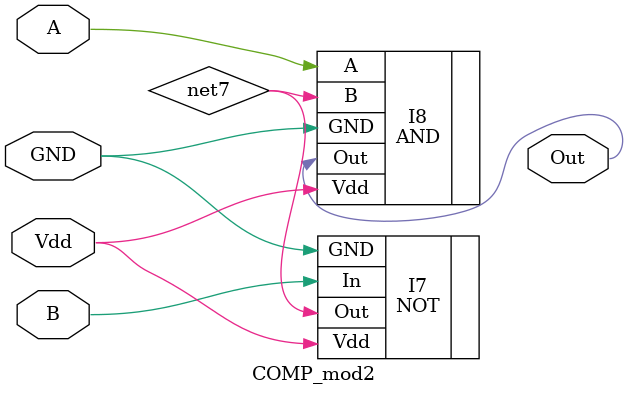
<source format=v>

module COMP_mod2 (
Vdd,Out,B,GND,A );
input  Vdd;
output  Out;
input  B;
input  GND;
input  A;
wire Vdd;
wire A;
wire B;
wire GND;
wire net7;
wire Out;

NOT    
 I7  ( .Vdd( Vdd ), .In( B ), .GND( GND ), .Out( net7 ) );

AND    
 I8  ( .Vdd( Vdd ), .A( A ), .GND( GND ), .B( net7 ), .Out( Out ) );

endmodule


</source>
